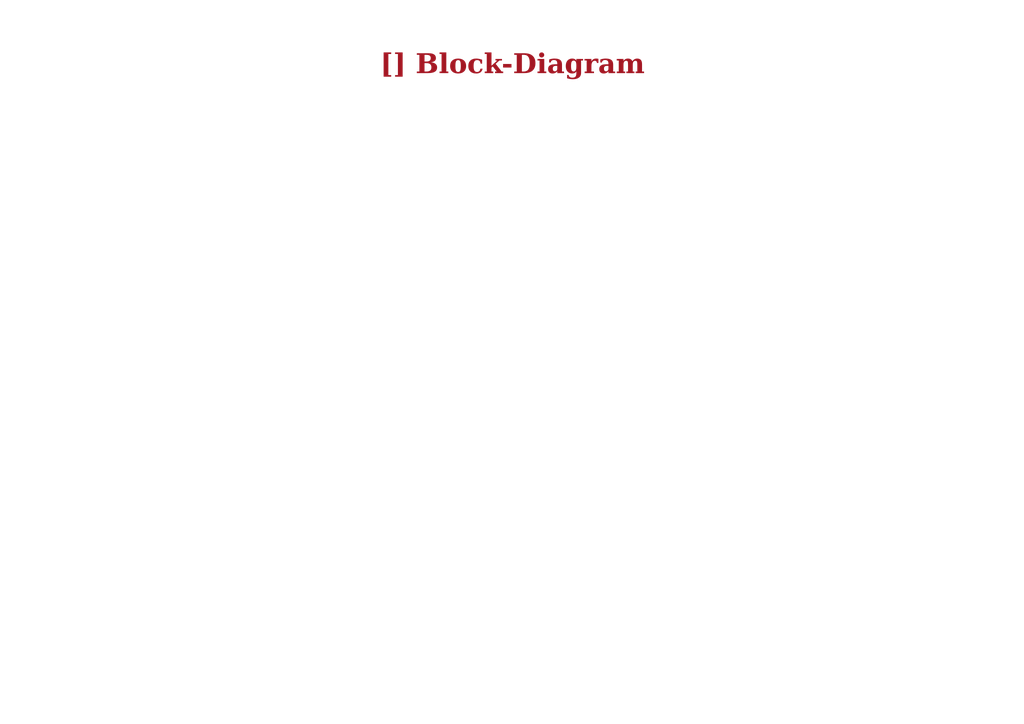
<source format=kicad_sch>
(kicad_sch
	(version 20250114)
	(generator "eeschema")
	(generator_version "9.0")
	(uuid "d4440dba-022e-49b2-97f2-6fc1871c7304")
	(paper "A3")
	(title_block
		(title "Block-Diagram")
		(date "2025-07-13")
		(rev "${REVISION}")
		(company "${COMPANY}")
	)
	(lib_symbols)
	(text_box "[${#}] ${TITLE}"
		(exclude_from_sim no)
		(at 144.78 20.32 0)
		(size 130.81 12.7)
		(margins 5.9999 5.9999 5.9999 5.9999)
		(stroke
			(width -0.0001)
			(type default)
		)
		(fill
			(type none)
		)
		(effects
			(font
				(face "Times New Roman")
				(size 8 8)
				(thickness 1.2)
				(bold yes)
				(color 162 22 34 1)
			)
		)
		(uuid "73b2b29c-2473-4e80-be0b-4f57c6856c3e")
	)
)

</source>
